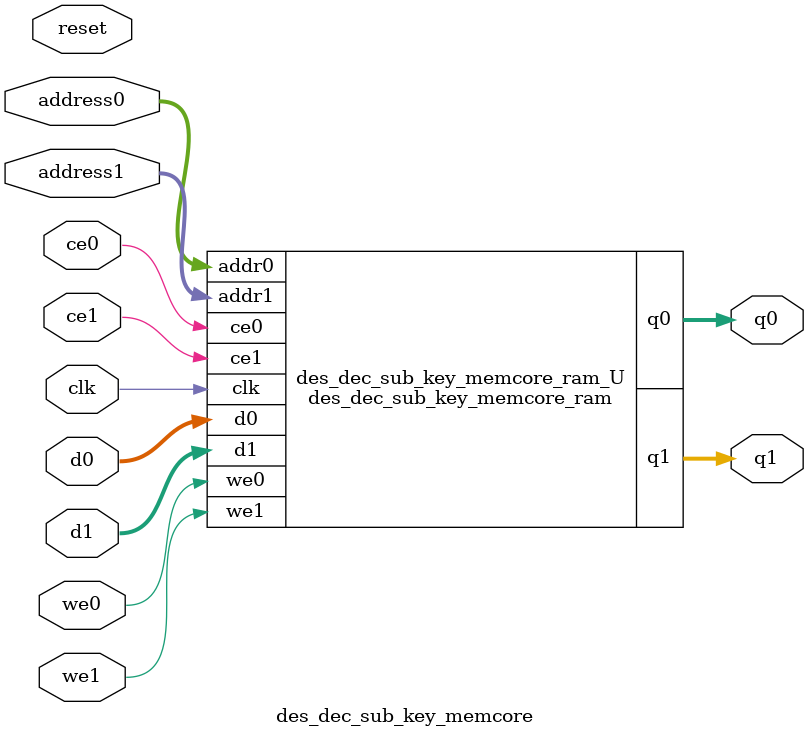
<source format=v>
`timescale 1 ns / 1 ps
module des_dec_sub_key_memcore_ram (addr0, ce0, d0, we0, q0, addr1, ce1, d1, we1, q1,  clk);

parameter DWIDTH = 48;
parameter AWIDTH = 5;
parameter MEM_SIZE = 32;

input[AWIDTH-1:0] addr0;
input ce0;
input[DWIDTH-1:0] d0;
input we0;
output reg[DWIDTH-1:0] q0;
input[AWIDTH-1:0] addr1;
input ce1;
input[DWIDTH-1:0] d1;
input we1;
output reg[DWIDTH-1:0] q1;
input clk;

(* ram_style = "block" *)reg [DWIDTH-1:0] ram[0:MEM_SIZE-1];




always @(posedge clk)  
begin 
    if (ce0) 
    begin
        if (we0) 
        begin 
            ram[addr0] <= d0; 
        end 
        q0 <= ram[addr0];
    end
end


always @(posedge clk)  
begin 
    if (ce1) 
    begin
        if (we1) 
        begin 
            ram[addr1] <= d1; 
        end 
        q1 <= ram[addr1];
    end
end


endmodule

`timescale 1 ns / 1 ps
module des_dec_sub_key_memcore(
    reset,
    clk,
    address0,
    ce0,
    we0,
    d0,
    q0,
    address1,
    ce1,
    we1,
    d1,
    q1);

parameter DataWidth = 32'd48;
parameter AddressRange = 32'd32;
parameter AddressWidth = 32'd5;
input reset;
input clk;
input[AddressWidth - 1:0] address0;
input ce0;
input we0;
input[DataWidth - 1:0] d0;
output[DataWidth - 1:0] q0;
input[AddressWidth - 1:0] address1;
input ce1;
input we1;
input[DataWidth - 1:0] d1;
output[DataWidth - 1:0] q1;



des_dec_sub_key_memcore_ram des_dec_sub_key_memcore_ram_U(
    .clk( clk ),
    .addr0( address0 ),
    .ce0( ce0 ),
    .we0( we0 ),
    .d0( d0 ),
    .q0( q0 ),
    .addr1( address1 ),
    .ce1( ce1 ),
    .we1( we1 ),
    .d1( d1 ),
    .q1( q1 ));

endmodule


</source>
